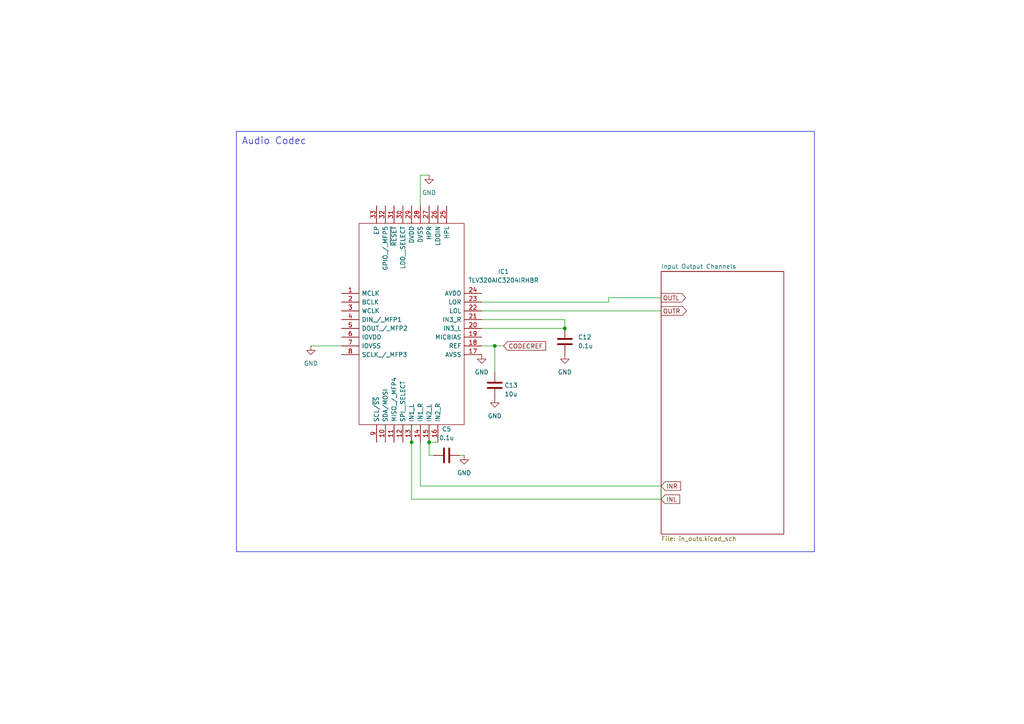
<source format=kicad_sch>
(kicad_sch (version 20231120) (generator "eeschema") (generator_version "8.0")
  (paper "A4")
  (lib_symbols
    (symbol "Device:C" (pin_numbers hide) (pin_names (offset 0.254))
      (property "Reference" "C" (at 0.635 2.54 0))
      (property "Value" "C" (at 0.635 -2.54 0))
      (symbol "C_0_1"
        (polyline (pts (xy -2.032 -0.762) (xy 2.032 -0.762)) (stroke (width 0.508)))
        (polyline (pts (xy -2.032 0.762) (xy 2.032 0.762)) (stroke (width 0.508)))
      )
      (symbol "C_1_1"
        (pin passive line (at 0 3.81 270) (length 2.794) (name "~") (number "1"))
        (pin passive line (at 0 -3.81 90) (length 2.794) (name "~") (number "2"))
      )
    )
    (symbol "TLV320AIC3204IRHBR:TLV320AIC3204IRHBR" (pin_names (offset 0.762))
      (property "Reference" "IC" (at 36.83 25.4 0))
      (property "Value" "TLV320AIC3204IRHBR" (at 36.83 22.86 0))
      (symbol "TLV320AIC3204IRHBR_0_0"
        (pin passive line (at 0 0 0) (length 5.08) (name "MCLK") (number "1"))
        (pin passive line (at 12.7 -43.18 90) (length 5.08) (name "SDA/MOSI") (number "10"))
        (pin passive line (at 15.24 -43.18 90) (length 5.08) (name "MISO_/_MFP4") (number "11"))
        (pin passive line (at 17.78 -43.18 90) (length 5.08) (name "SPI__SELECT") (number "12"))
        (pin passive line (at 20.32 -43.18 90) (length 5.08) (name "IN1_L") (number "13"))
        (pin passive line (at 22.86 -43.18 90) (length 5.08) (name "IN1_R") (number "14"))
        (pin passive line (at 25.4 -43.18 90) (length 5.08) (name "IN2_L") (number "15"))
        (pin passive line (at 27.94 -43.18 90) (length 5.08) (name "IN2_R") (number "16"))
        (pin passive line (at 40.64 -17.78 180) (length 5.08) (name "AVSS") (number "17"))
        (pin passive line (at 40.64 -15.24 180) (length 5.08) (name "REF") (number "18"))
        (pin passive line (at 40.64 -12.7 180) (length 5.08) (name "MICBIAS") (number "19"))
        (pin passive line (at 0 -2.54 0) (length 5.08) (name "BCLK") (number "2"))
        (pin passive line (at 40.64 -10.16 180) (length 5.08) (name "IN3_L") (number "20"))
        (pin passive line (at 40.64 -7.62 180) (length 5.08) (name "IN3_R") (number "21"))
        (pin passive line (at 40.64 -5.08 180) (length 5.08) (name "LOL") (number "22"))
        (pin passive line (at 40.64 -2.54 180) (length 5.08) (name "LOR") (number "23"))
        (pin passive line (at 40.64 0 180) (length 5.08) (name "AVDD") (number "24"))
        (pin passive line (at 30.48 25.4 270) (length 5.08) (name "HPL") (number "25"))
        (pin passive line (at 27.94 25.4 270) (length 5.08) (name "LDOIN") (number "26"))
        (pin passive line (at 25.4 25.4 270) (length 5.08) (name "HPR") (number "27"))
        (pin passive line (at 22.86 25.4 270) (length 5.08) (name "DVSS") (number "28"))
        (pin passive line (at 20.32 25.4 270) (length 5.08) (name "DVDD") (number "29"))
        (pin passive line (at 0 -5.08 0) (length 5.08) (name "WCLK") (number "3"))
        (pin passive line (at 17.78 25.4 270) (length 5.08) (name "LDO__SELECT") (number "30"))
        (pin passive line (at 15.24 25.4 270) (length 5.08) (name "~{RESET}") (number "31"))
        (pin passive line (at 12.7 25.4 270) (length 5.08) (name "GPIO_/_MFP5") (number "32"))
        (pin passive line (at 10.16 25.4 270) (length 5.08) (name "EP") (number "33"))
        (pin passive line (at 0 -7.62 0) (length 5.08) (name "DIN_/_MFP1") (number "4"))
        (pin passive line (at 0 -10.16 0) (length 5.08) (name "DOUT_/_MFP2") (number "5"))
        (pin passive line (at 0 -12.7 0) (length 5.08) (name "IOVDD") (number "6"))
        (pin passive line (at 0 -15.24 0) (length 5.08) (name "IOVSS") (number "7"))
        (pin passive line (at 0 -17.78 0) (length 5.08) (name "SCLK_/_MFP3") (number "8"))
        (pin passive line (at 10.16 -43.18 90) (length 5.08) (name "SCL/~{SS}") (number "9"))
      )
      (symbol "TLV320AIC3204IRHBR_0_1"
        (polyline (pts (xy 5.08 20.32) (xy 35.56 20.32) (xy 35.56 -38.1) (xy 5.08 -38.1) (xy 5.08 20.32)) (stroke (width 0.1524)))
      )
    )
    (symbol "power:GND" (power) (pin_numbers hide) (pin_names (offset 0) hide)
      (property "Value" "GND" (at 0 -3.81 0))
      (symbol "GND_0_1"
        (polyline (pts (xy 0 0) (xy 0 -1.27) (xy 1.27 -1.27) (xy 0 -2.54) (xy -1.27 -1.27) (xy 0 -1.27)))
      )
      (symbol "GND_1_1"
        (pin power_in line (at 0 0 270) (length 0) (name "~") (number "1"))
      )
    )
  )
  (junction (at 119.38 128.27))
  (junction (at 163.83 95.25))
  (junction (at 143.51 100.33))
  (junction (at 124.46 128.27))
  (wire (pts (xy 124.46 132.08) (xy 125.73 132.08)))
  (wire (pts (xy 124.46 128.27) (xy 127 128.27)))
  (wire (pts (xy 134.62 132.08) (xy 133.35 132.08)))
  (wire (pts (xy 90.17 100.33) (xy 99.06 100.33)))
  (wire (pts (xy 121.92 50.8) (xy 121.92 59.69)))
  (wire (pts (xy 139.7 92.71) (xy 163.83 92.71)))
  (wire (pts (xy 191.77 140.97) (xy 191.77 144.78)))
  (wire (pts (xy 139.7 95.25) (xy 163.83 95.25)))
  (wire (pts (xy 163.83 92.71) (xy 163.83 95.25)))
  (wire (pts (xy 119.38 127) (xy 119.38 128.27)))
  (wire (pts (xy 124.46 50.8) (xy 121.92 50.8)))
  (wire (pts (xy 143.51 100.33) (xy 146.05 100.33)))
  (wire (pts (xy 143.51 100.33) (xy 143.51 107.95)))
  (wire (pts (xy 121.92 140.97) (xy 121.92 128.27)))
  (wire (pts (xy 139.7 100.33) (xy 143.51 100.33)))
  (wire (pts (xy 176.53 87.63) (xy 176.53 86.36)))
  (wire (pts (xy 176.53 86.36) (xy 191.77 86.36)))
  (wire (pts (xy 191.77 140.97) (xy 121.92 140.97)))
  (wire (pts (xy 124.46 132.08) (xy 124.46 128.27)))
  (wire (pts (xy 139.7 87.63) (xy 176.53 87.63)))
  (wire (pts (xy 191.77 144.78) (xy 119.38 144.78)))
  (wire (pts (xy 139.7 90.17) (xy 191.77 90.17)))
  (wire (pts (xy 119.38 144.78) (xy 119.38 128.27)))
  (text_box "Audio Codec" (at 68.58 38.1 0) (size 167.64 121.92) (effects (font (size 2 2)) (justify left top)))
  (global_label "INR" (shape input) (at 191.77 140.97 0) (property "Intersheetrefs" "${INTERSHEET_REFS}" (effects (hide yes))))
  (global_label "CODECREF" (shape input) (at 146.05 100.33 0) (property "Intersheetrefs" "${INTERSHEET_REFS}" (effects (hide yes))))
  (global_label "OUTR" (shape output) (at 191.77 90.17 0) (property "Intersheetrefs" "${INTERSHEET_REFS}" (effects (hide yes))))
  (global_label "INL" (shape input) (at 191.77 144.78 0) (property "Intersheetrefs" "${INTERSHEET_REFS}" (effects (hide yes))))
  (global_label "OUTL" (shape output) (at 191.77 86.36 0) (property "Intersheetrefs" "${INTERSHEET_REFS}" (effects (hide yes))))
  (symbol (lib_id "power:GND") (at 134.62 132.08 0) (unit 1)
    (property "Reference" "#PWR07" (effects (hide yes)))
    (property "Value" "GND" (at 134.62 137.16 0))
    (property "Description" "Power symbol creates a global label with name \"GND\" , ground" (effects (hide yes)))
  )
  (symbol (lib_id "Device:C") (at 143.51 111.76 180) (unit 1)
    (property "Reference" "C13" (at 146.304 111.76 0) (effects (justify right)))
    (property "Value" "10u" (at 146.304 114.3 0) (effects (justify right)))
    (property "Description" "Unpolarized capacitor" (effects (hide yes)))
  )
  (symbol (lib_id "power:GND") (at 124.46 50.8 0) (unit 1)
    (property "Reference" "#PWR011" (effects (hide yes)))
    (property "Value" "GND" (at 124.46 55.88 0))
    (property "Description" "Power symbol creates a global label with name \"GND\" , ground" (effects (hide yes)))
  )
  (symbol (lib_id "power:GND") (at 163.83 102.87 0) (unit 1)
    (property "Reference" "#PWR05" (effects (hide yes)))
    (property "Value" "GND" (at 163.83 107.95 0))
    (property "Description" "Power symbol creates a global label with name \"GND\" , ground" (effects (hide yes)))
  )
  (symbol (lib_id "Device:C") (at 163.83 99.06 180) (unit 1)
    (property "Reference" "C12" (at 167.64 97.7899 0) (effects (justify right)))
    (property "Value" "0.1u" (at 167.64 100.3299 0) (effects (justify right)))
    (property "Description" "Unpolarized capacitor" (effects (hide yes)))
  )
  (symbol (lib_id "power:GND") (at 143.51 115.57 0) (unit 1)
    (property "Reference" "#PWR028" (effects (hide yes)))
    (property "Value" "GND" (at 143.51 120.65 0))
    (property "Description" "Power symbol creates a global label with name \"GND\" , ground" (effects (hide yes)))
  )
  (symbol (lib_id "power:GND") (at 90.17 100.33 0) (unit 1)
    (property "Reference" "#PWR04" (effects (hide yes)))
    (property "Value" "GND" (at 90.17 105.41 0))
    (property "Description" "Power symbol creates a global label with name \"GND\" , ground" (effects (hide yes)))
  )
  (symbol (lib_id "Device:C") (at 129.54 132.08 90) (unit 1)
    (property "Reference" "C5" (at 129.54 124.46 90))
    (property "Value" "0.1u" (at 129.54 127 90))
    (property "Description" "Unpolarized capacitor" (effects (hide yes)))
  )
  (symbol (lib_id "power:GND") (at 139.7 102.87 0) (unit 1)
    (property "Reference" "#PWR029" (effects (hide yes)))
    (property "Value" "GND" (at 139.7 107.95 0))
    (property "Description" "Power symbol creates a global label with name \"GND\" , ground" (effects (hide yes)))
  )
  (symbol (lib_id "TLV320AIC3204IRHBR:TLV320AIC3204IRHBR") (at 99.06 85.09 0) (unit 1)
    (property "Reference" "IC1" (at 146.05 78.7714 0))
    (property "Value" "TLV320AIC3204IRHBR" (at 146.05 81.3114 0))
    (property "Footprint" "QFN50P500X500X100-33N-D" (effects (hide yes)))
    (property "Datasheet" "http://www.ti.com/lit/gpn/tlv320aic3204" (effects (hide yes)))
    (property "Description" "Very-Low-Power Stereo Audio CODEC With PowerTune Technology" (effects (hide yes)))
    (property "Description_1" "Very-Low-Power Stereo Audio CODEC With PowerTune Technology" (effects (hide yes)))
    (property "Height" "1" (effects (hide yes)))
    (property "Mouser Part Number" "595-V320AIC3204IRHBR" (effects (hide yes)))
    (property "Mouser Price/Stock" "https://www.mouser.co.uk/ProductDetail/Texas-Instruments/TLV320AIC3204IRHBR?qs=QJfls%252B0L4ChDpvXOhuEdtQ%3D%3D" (effects (hide yes)))
    (property "Manufacturer_Name" "Texas Instruments" (effects (hide yes)))
    (property "Manufacturer_Part_Number" "TLV320AIC3204IRHBR" (effects (hide yes)))
  )
  (sheet (at 191.77 78.74) (size 35.56 76.2) (stroke (width 0.1524))
    (property "Sheetname" "Input Output Channels" (at 191.77 78.0284 0) (effects (justify left bottom)))
    (property "Sheetfile" "in_outs.kicad_sch" (at 191.77 155.5246 0) (effects (justify left top)))
  )
)
</source>
